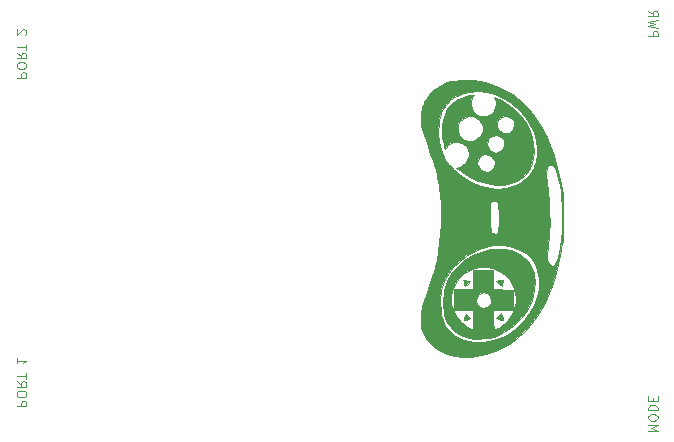
<source format=gbo>
%TF.GenerationSoftware,KiCad,Pcbnew,(5.1.8)-1*%
%TF.CreationDate,2021-02-07T20:14:13+01:00*%
%TF.ProjectId,C64 Joystick Faceplate A1,43363420-4a6f-4797-9374-69636b204661,rev?*%
%TF.SameCoordinates,Original*%
%TF.FileFunction,Legend,Bot*%
%TF.FilePolarity,Positive*%
%FSLAX46Y46*%
G04 Gerber Fmt 4.6, Leading zero omitted, Abs format (unit mm)*
G04 Created by KiCad (PCBNEW (5.1.8)-1) date 2021-02-07 20:14:13*
%MOMM*%
%LPD*%
G01*
G04 APERTURE LIST*
%ADD10C,0.100000*%
%ADD11C,0.010000*%
G04 APERTURE END LIST*
D10*
X166643095Y-76695166D02*
X167443095Y-76695166D01*
X167443095Y-76390404D01*
X167405000Y-76314214D01*
X167366904Y-76276119D01*
X167290714Y-76238023D01*
X167176428Y-76238023D01*
X167100238Y-76276119D01*
X167062142Y-76314214D01*
X167024047Y-76390404D01*
X167024047Y-76695166D01*
X167443095Y-75971357D02*
X166643095Y-75780880D01*
X167214523Y-75628500D01*
X166643095Y-75476119D01*
X167443095Y-75285642D01*
X166643095Y-74523738D02*
X167024047Y-74790404D01*
X166643095Y-74980880D02*
X167443095Y-74980880D01*
X167443095Y-74676119D01*
X167405000Y-74599928D01*
X167366904Y-74561833D01*
X167290714Y-74523738D01*
X167176428Y-74523738D01*
X167100238Y-74561833D01*
X167062142Y-74599928D01*
X167024047Y-74676119D01*
X167024047Y-74980880D01*
X166643095Y-110096119D02*
X167443095Y-110096119D01*
X166871666Y-109829452D01*
X167443095Y-109562785D01*
X166643095Y-109562785D01*
X167443095Y-109029452D02*
X167443095Y-108877071D01*
X167405000Y-108800880D01*
X167328809Y-108724690D01*
X167176428Y-108686595D01*
X166909761Y-108686595D01*
X166757380Y-108724690D01*
X166681190Y-108800880D01*
X166643095Y-108877071D01*
X166643095Y-109029452D01*
X166681190Y-109105642D01*
X166757380Y-109181833D01*
X166909761Y-109219928D01*
X167176428Y-109219928D01*
X167328809Y-109181833D01*
X167405000Y-109105642D01*
X167443095Y-109029452D01*
X166643095Y-108343738D02*
X167443095Y-108343738D01*
X167443095Y-108153261D01*
X167405000Y-108038976D01*
X167328809Y-107962785D01*
X167252619Y-107924690D01*
X167100238Y-107886595D01*
X166985952Y-107886595D01*
X166833571Y-107924690D01*
X166757380Y-107962785D01*
X166681190Y-108038976D01*
X166643095Y-108153261D01*
X166643095Y-108343738D01*
X167062142Y-107543738D02*
X167062142Y-107277071D01*
X166643095Y-107162785D02*
X166643095Y-107543738D01*
X167443095Y-107543738D01*
X167443095Y-107162785D01*
X113176095Y-80187547D02*
X113976095Y-80187547D01*
X113976095Y-79882785D01*
X113938000Y-79806595D01*
X113899904Y-79768500D01*
X113823714Y-79730404D01*
X113709428Y-79730404D01*
X113633238Y-79768500D01*
X113595142Y-79806595D01*
X113557047Y-79882785D01*
X113557047Y-80187547D01*
X113976095Y-79235166D02*
X113976095Y-79082785D01*
X113938000Y-79006595D01*
X113861809Y-78930404D01*
X113709428Y-78892309D01*
X113442761Y-78892309D01*
X113290380Y-78930404D01*
X113214190Y-79006595D01*
X113176095Y-79082785D01*
X113176095Y-79235166D01*
X113214190Y-79311357D01*
X113290380Y-79387547D01*
X113442761Y-79425642D01*
X113709428Y-79425642D01*
X113861809Y-79387547D01*
X113938000Y-79311357D01*
X113976095Y-79235166D01*
X113176095Y-78092309D02*
X113557047Y-78358976D01*
X113176095Y-78549452D02*
X113976095Y-78549452D01*
X113976095Y-78244690D01*
X113938000Y-78168500D01*
X113899904Y-78130404D01*
X113823714Y-78092309D01*
X113709428Y-78092309D01*
X113633238Y-78130404D01*
X113595142Y-78168500D01*
X113557047Y-78244690D01*
X113557047Y-78549452D01*
X113976095Y-77863738D02*
X113976095Y-77406595D01*
X113176095Y-77635166D02*
X113976095Y-77635166D01*
X113899904Y-76568500D02*
X113938000Y-76530404D01*
X113976095Y-76454214D01*
X113976095Y-76263738D01*
X113938000Y-76187547D01*
X113899904Y-76149452D01*
X113823714Y-76111357D01*
X113747523Y-76111357D01*
X113633238Y-76149452D01*
X113176095Y-76606595D01*
X113176095Y-76111357D01*
X113176095Y-108000547D02*
X113976095Y-108000547D01*
X113976095Y-107695785D01*
X113938000Y-107619595D01*
X113899904Y-107581500D01*
X113823714Y-107543404D01*
X113709428Y-107543404D01*
X113633238Y-107581500D01*
X113595142Y-107619595D01*
X113557047Y-107695785D01*
X113557047Y-108000547D01*
X113976095Y-107048166D02*
X113976095Y-106895785D01*
X113938000Y-106819595D01*
X113861809Y-106743404D01*
X113709428Y-106705309D01*
X113442761Y-106705309D01*
X113290380Y-106743404D01*
X113214190Y-106819595D01*
X113176095Y-106895785D01*
X113176095Y-107048166D01*
X113214190Y-107124357D01*
X113290380Y-107200547D01*
X113442761Y-107238642D01*
X113709428Y-107238642D01*
X113861809Y-107200547D01*
X113938000Y-107124357D01*
X113976095Y-107048166D01*
X113176095Y-105905309D02*
X113557047Y-106171976D01*
X113176095Y-106362452D02*
X113976095Y-106362452D01*
X113976095Y-106057690D01*
X113938000Y-105981500D01*
X113899904Y-105943404D01*
X113823714Y-105905309D01*
X113709428Y-105905309D01*
X113633238Y-105943404D01*
X113595142Y-105981500D01*
X113557047Y-106057690D01*
X113557047Y-106362452D01*
X113976095Y-105676738D02*
X113976095Y-105219595D01*
X113176095Y-105448166D02*
X113976095Y-105448166D01*
X113176095Y-103924357D02*
X113176095Y-104381500D01*
X113176095Y-104152928D02*
X113976095Y-104152928D01*
X113861809Y-104229119D01*
X113785619Y-104305309D01*
X113747523Y-104381500D01*
D11*
%TO.C,G\u002A\u002A\u002A*%
G36*
X159472424Y-91370766D02*
G01*
X159462372Y-90878791D01*
X159441109Y-90444915D01*
X159405182Y-90041976D01*
X159351142Y-89642812D01*
X159275536Y-89220261D01*
X159174913Y-88747162D01*
X159045823Y-88196354D01*
X158946237Y-87788750D01*
X158795680Y-87201440D01*
X158654959Y-86708542D01*
X158513311Y-86279148D01*
X158359971Y-85882353D01*
X158184176Y-85487249D01*
X158045110Y-85201361D01*
X157570076Y-84325661D01*
X157071380Y-83557044D01*
X156535072Y-82875962D01*
X155948655Y-82264250D01*
X155470949Y-81845947D01*
X154991697Y-81504126D01*
X154458915Y-81203428D01*
X154214379Y-81084496D01*
X153343636Y-80726017D01*
X152508966Y-80485436D01*
X151702071Y-80361654D01*
X150914648Y-80353574D01*
X150138396Y-80460098D01*
X149904936Y-80514628D01*
X149402848Y-80672672D01*
X148980130Y-80879148D01*
X148591712Y-81159787D01*
X148298372Y-81431832D01*
X148069058Y-81671873D01*
X147907101Y-81874572D01*
X147782742Y-82084427D01*
X147666220Y-82345932D01*
X147635454Y-82423000D01*
X147536457Y-82686681D01*
X147473787Y-82899686D01*
X147439190Y-83108513D01*
X147424413Y-83359658D01*
X147421297Y-83629500D01*
X147419679Y-84296250D01*
X148001377Y-86010750D01*
X148212550Y-86637959D01*
X148385648Y-87164926D01*
X148525946Y-87610786D01*
X148638718Y-87994671D01*
X148729236Y-88335713D01*
X148802777Y-88653045D01*
X148864613Y-88965800D01*
X148920018Y-89293110D01*
X148937854Y-89408000D01*
X149018977Y-90098596D01*
X149067290Y-90868462D01*
X149084026Y-91691519D01*
X149070417Y-92541688D01*
X149027695Y-93392889D01*
X148957092Y-94219042D01*
X148859840Y-94994068D01*
X148737173Y-95691888D01*
X148617309Y-96192430D01*
X148569845Y-96349909D01*
X148487951Y-96607121D01*
X148378327Y-96943643D01*
X148247670Y-97339053D01*
X148102680Y-97772928D01*
X147968328Y-98171000D01*
X147804319Y-98655797D01*
X147676544Y-99039652D01*
X147580290Y-99341841D01*
X147510842Y-99581641D01*
X147463484Y-99778327D01*
X147433503Y-99951174D01*
X147416185Y-100119460D01*
X147406814Y-100302459D01*
X147401454Y-100488750D01*
X147398404Y-100853878D01*
X147413124Y-101130811D01*
X147449247Y-101357567D01*
X147502790Y-101549347D01*
X147751781Y-102114097D01*
X148097798Y-102606045D01*
X148531376Y-103021590D01*
X149043053Y-103357130D01*
X149623362Y-103609064D01*
X150262838Y-103773789D01*
X150952019Y-103847705D01*
X151681437Y-103827208D01*
X152036969Y-103771783D01*
X152036969Y-102567873D01*
X151383406Y-102486217D01*
X150791580Y-102308709D01*
X150270054Y-102039162D01*
X149827385Y-101681386D01*
X149472135Y-101239193D01*
X149357786Y-101042121D01*
X149236891Y-100731495D01*
X149142088Y-100328304D01*
X149075919Y-99864782D01*
X149040926Y-99373161D01*
X149039651Y-98885673D01*
X149074634Y-98434552D01*
X149128235Y-98130735D01*
X149354783Y-97441702D01*
X149694606Y-96796831D01*
X150138947Y-96205106D01*
X150679049Y-95675512D01*
X151306156Y-95217034D01*
X152011511Y-94838656D01*
X152542083Y-94627998D01*
X152897482Y-94513608D01*
X153196362Y-94440812D01*
X153497659Y-94398294D01*
X153714638Y-94384203D01*
X153714638Y-93398780D01*
X153502445Y-93381729D01*
X153411826Y-93342766D01*
X153369949Y-93313071D01*
X153338825Y-93263647D01*
X153316868Y-93177275D01*
X153302494Y-93036737D01*
X153294119Y-92824812D01*
X153290158Y-92524282D01*
X153289027Y-92117927D01*
X153289000Y-92007905D01*
X153289000Y-90738778D01*
X153450309Y-90665281D01*
X153673005Y-90626641D01*
X153783684Y-90652247D01*
X153949321Y-90710451D01*
X153949321Y-89583321D01*
X153733500Y-89576135D01*
X153288898Y-89536657D01*
X152896328Y-89468331D01*
X152516330Y-89360013D01*
X152109443Y-89200559D01*
X151660101Y-88990604D01*
X151358755Y-88836982D01*
X151111822Y-88694630D01*
X150887022Y-88540558D01*
X150652076Y-88351780D01*
X150374705Y-88105306D01*
X150231598Y-87973303D01*
X149938858Y-87699999D01*
X149725428Y-87494726D01*
X149576784Y-87339939D01*
X149478399Y-87218092D01*
X149415748Y-87111637D01*
X149374304Y-87003029D01*
X149347233Y-86905054D01*
X149298996Y-86745249D01*
X149221547Y-86517592D01*
X149135437Y-86281547D01*
X149039554Y-85991153D01*
X148956203Y-85675410D01*
X148912591Y-85456047D01*
X148878981Y-85077166D01*
X148877213Y-84631089D01*
X148904734Y-84170850D01*
X148958995Y-83749483D01*
X149005232Y-83529909D01*
X149204428Y-82962076D01*
X149489813Y-82484903D01*
X149867887Y-82090163D01*
X150345149Y-81769627D01*
X150431596Y-81724452D01*
X150931288Y-81522808D01*
X151487438Y-81398480D01*
X152123136Y-81346739D01*
X152285951Y-81344603D01*
X152995083Y-81406015D01*
X153693701Y-81589533D01*
X154371363Y-81890261D01*
X155017627Y-82303305D01*
X155622051Y-82823771D01*
X155774732Y-82979974D01*
X156286074Y-83580027D01*
X156678836Y-84177005D01*
X156959822Y-84788044D01*
X157135835Y-85430281D01*
X157213675Y-86120851D01*
X157214720Y-86607428D01*
X157200425Y-86937404D01*
X157179957Y-87177987D01*
X157145527Y-87366775D01*
X157089347Y-87541364D01*
X157003627Y-87739353D01*
X156961789Y-87828332D01*
X156650046Y-88342087D01*
X156246589Y-88775775D01*
X155763104Y-89123068D01*
X155211274Y-89377641D01*
X154602785Y-89533167D01*
X153949321Y-89583321D01*
X153949321Y-90710451D01*
X153955750Y-90712711D01*
X153972948Y-91959497D01*
X153977720Y-92396835D01*
X153977578Y-92724600D01*
X153971440Y-92960159D01*
X153958227Y-93120883D01*
X153936855Y-93224139D01*
X153906245Y-93287295D01*
X153889038Y-93307392D01*
X153714638Y-93398780D01*
X153714638Y-94384203D01*
X153860308Y-94374742D01*
X153861687Y-94374683D01*
X154365032Y-94370090D01*
X154789201Y-94409890D01*
X155176787Y-94502421D01*
X155570388Y-94656018D01*
X155757895Y-94745816D01*
X156276753Y-95071987D01*
X156702431Y-95480186D01*
X157030869Y-95961963D01*
X157258004Y-96508864D01*
X157379775Y-97112437D01*
X157392120Y-97764228D01*
X157359727Y-98079408D01*
X157214905Y-98781239D01*
X156979813Y-99427536D01*
X156644678Y-100037144D01*
X156199725Y-100628911D01*
X155829000Y-101031186D01*
X155267363Y-101544414D01*
X154702986Y-101942220D01*
X154114993Y-102234879D01*
X153482506Y-102432670D01*
X152784650Y-102545866D01*
X152743711Y-102549865D01*
X152036969Y-102567873D01*
X152036969Y-103771783D01*
X152441630Y-103708698D01*
X152882638Y-103596619D01*
X153677052Y-103330730D01*
X154378679Y-103014457D01*
X155017410Y-102630261D01*
X155623137Y-102160602D01*
X156116418Y-101699163D01*
X156697749Y-101065094D01*
X157214819Y-100389530D01*
X157672732Y-99661032D01*
X158076592Y-98868158D01*
X158431502Y-97999469D01*
X158473934Y-97869070D01*
X158473934Y-96164275D01*
X158327271Y-96050875D01*
X158220940Y-95909502D01*
X158145700Y-95757163D01*
X158100033Y-95574690D01*
X158082420Y-95342916D01*
X158091342Y-95042673D01*
X158125281Y-94654794D01*
X158179518Y-94186005D01*
X158231319Y-93744232D01*
X158267412Y-93369936D01*
X158289392Y-93025430D01*
X158298850Y-92673030D01*
X158297378Y-92275051D01*
X158286569Y-91793809D01*
X158284165Y-91709505D01*
X158258563Y-91083370D01*
X158220487Y-90506360D01*
X158172063Y-90005775D01*
X158124564Y-89662000D01*
X158037312Y-89050393D01*
X157998050Y-88552546D01*
X158006756Y-88164641D01*
X158063410Y-87882863D01*
X158114305Y-87772875D01*
X158254154Y-87608253D01*
X158395788Y-87561427D01*
X158536753Y-87623266D01*
X158674596Y-87784636D01*
X158806865Y-88036405D01*
X158931105Y-88369442D01*
X159044863Y-88774612D01*
X159145687Y-89242785D01*
X159231123Y-89764827D01*
X159298717Y-90331605D01*
X159346018Y-90933988D01*
X159370571Y-91562843D01*
X159369923Y-92209037D01*
X159363771Y-92424250D01*
X159324949Y-93199095D01*
X159267392Y-93897147D01*
X159192694Y-94512822D01*
X159102452Y-95040536D01*
X158998262Y-95474706D01*
X158881720Y-95809749D01*
X158754420Y-96040080D01*
X158617960Y-96160117D01*
X158473934Y-96164275D01*
X158473934Y-97869070D01*
X158742567Y-97043523D01*
X159014891Y-95988881D01*
X159253577Y-94824102D01*
X159300228Y-94562581D01*
X159355072Y-94237731D01*
X159397068Y-93956215D01*
X159427922Y-93692464D01*
X159449340Y-93420913D01*
X159463028Y-93115995D01*
X159470693Y-92752144D01*
X159474041Y-92303795D01*
X159474715Y-91948000D01*
X159472424Y-91370766D01*
G37*
X159472424Y-91370766D02*
X159462372Y-90878791D01*
X159441109Y-90444915D01*
X159405182Y-90041976D01*
X159351142Y-89642812D01*
X159275536Y-89220261D01*
X159174913Y-88747162D01*
X159045823Y-88196354D01*
X158946237Y-87788750D01*
X158795680Y-87201440D01*
X158654959Y-86708542D01*
X158513311Y-86279148D01*
X158359971Y-85882353D01*
X158184176Y-85487249D01*
X158045110Y-85201361D01*
X157570076Y-84325661D01*
X157071380Y-83557044D01*
X156535072Y-82875962D01*
X155948655Y-82264250D01*
X155470949Y-81845947D01*
X154991697Y-81504126D01*
X154458915Y-81203428D01*
X154214379Y-81084496D01*
X153343636Y-80726017D01*
X152508966Y-80485436D01*
X151702071Y-80361654D01*
X150914648Y-80353574D01*
X150138396Y-80460098D01*
X149904936Y-80514628D01*
X149402848Y-80672672D01*
X148980130Y-80879148D01*
X148591712Y-81159787D01*
X148298372Y-81431832D01*
X148069058Y-81671873D01*
X147907101Y-81874572D01*
X147782742Y-82084427D01*
X147666220Y-82345932D01*
X147635454Y-82423000D01*
X147536457Y-82686681D01*
X147473787Y-82899686D01*
X147439190Y-83108513D01*
X147424413Y-83359658D01*
X147421297Y-83629500D01*
X147419679Y-84296250D01*
X148001377Y-86010750D01*
X148212550Y-86637959D01*
X148385648Y-87164926D01*
X148525946Y-87610786D01*
X148638718Y-87994671D01*
X148729236Y-88335713D01*
X148802777Y-88653045D01*
X148864613Y-88965800D01*
X148920018Y-89293110D01*
X148937854Y-89408000D01*
X149018977Y-90098596D01*
X149067290Y-90868462D01*
X149084026Y-91691519D01*
X149070417Y-92541688D01*
X149027695Y-93392889D01*
X148957092Y-94219042D01*
X148859840Y-94994068D01*
X148737173Y-95691888D01*
X148617309Y-96192430D01*
X148569845Y-96349909D01*
X148487951Y-96607121D01*
X148378327Y-96943643D01*
X148247670Y-97339053D01*
X148102680Y-97772928D01*
X147968328Y-98171000D01*
X147804319Y-98655797D01*
X147676544Y-99039652D01*
X147580290Y-99341841D01*
X147510842Y-99581641D01*
X147463484Y-99778327D01*
X147433503Y-99951174D01*
X147416185Y-100119460D01*
X147406814Y-100302459D01*
X147401454Y-100488750D01*
X147398404Y-100853878D01*
X147413124Y-101130811D01*
X147449247Y-101357567D01*
X147502790Y-101549347D01*
X147751781Y-102114097D01*
X148097798Y-102606045D01*
X148531376Y-103021590D01*
X149043053Y-103357130D01*
X149623362Y-103609064D01*
X150262838Y-103773789D01*
X150952019Y-103847705D01*
X151681437Y-103827208D01*
X152036969Y-103771783D01*
X152036969Y-102567873D01*
X151383406Y-102486217D01*
X150791580Y-102308709D01*
X150270054Y-102039162D01*
X149827385Y-101681386D01*
X149472135Y-101239193D01*
X149357786Y-101042121D01*
X149236891Y-100731495D01*
X149142088Y-100328304D01*
X149075919Y-99864782D01*
X149040926Y-99373161D01*
X149039651Y-98885673D01*
X149074634Y-98434552D01*
X149128235Y-98130735D01*
X149354783Y-97441702D01*
X149694606Y-96796831D01*
X150138947Y-96205106D01*
X150679049Y-95675512D01*
X151306156Y-95217034D01*
X152011511Y-94838656D01*
X152542083Y-94627998D01*
X152897482Y-94513608D01*
X153196362Y-94440812D01*
X153497659Y-94398294D01*
X153714638Y-94384203D01*
X153714638Y-93398780D01*
X153502445Y-93381729D01*
X153411826Y-93342766D01*
X153369949Y-93313071D01*
X153338825Y-93263647D01*
X153316868Y-93177275D01*
X153302494Y-93036737D01*
X153294119Y-92824812D01*
X153290158Y-92524282D01*
X153289027Y-92117927D01*
X153289000Y-92007905D01*
X153289000Y-90738778D01*
X153450309Y-90665281D01*
X153673005Y-90626641D01*
X153783684Y-90652247D01*
X153949321Y-90710451D01*
X153949321Y-89583321D01*
X153733500Y-89576135D01*
X153288898Y-89536657D01*
X152896328Y-89468331D01*
X152516330Y-89360013D01*
X152109443Y-89200559D01*
X151660101Y-88990604D01*
X151358755Y-88836982D01*
X151111822Y-88694630D01*
X150887022Y-88540558D01*
X150652076Y-88351780D01*
X150374705Y-88105306D01*
X150231598Y-87973303D01*
X149938858Y-87699999D01*
X149725428Y-87494726D01*
X149576784Y-87339939D01*
X149478399Y-87218092D01*
X149415748Y-87111637D01*
X149374304Y-87003029D01*
X149347233Y-86905054D01*
X149298996Y-86745249D01*
X149221547Y-86517592D01*
X149135437Y-86281547D01*
X149039554Y-85991153D01*
X148956203Y-85675410D01*
X148912591Y-85456047D01*
X148878981Y-85077166D01*
X148877213Y-84631089D01*
X148904734Y-84170850D01*
X148958995Y-83749483D01*
X149005232Y-83529909D01*
X149204428Y-82962076D01*
X149489813Y-82484903D01*
X149867887Y-82090163D01*
X150345149Y-81769627D01*
X150431596Y-81724452D01*
X150931288Y-81522808D01*
X151487438Y-81398480D01*
X152123136Y-81346739D01*
X152285951Y-81344603D01*
X152995083Y-81406015D01*
X153693701Y-81589533D01*
X154371363Y-81890261D01*
X155017627Y-82303305D01*
X155622051Y-82823771D01*
X155774732Y-82979974D01*
X156286074Y-83580027D01*
X156678836Y-84177005D01*
X156959822Y-84788044D01*
X157135835Y-85430281D01*
X157213675Y-86120851D01*
X157214720Y-86607428D01*
X157200425Y-86937404D01*
X157179957Y-87177987D01*
X157145527Y-87366775D01*
X157089347Y-87541364D01*
X157003627Y-87739353D01*
X156961789Y-87828332D01*
X156650046Y-88342087D01*
X156246589Y-88775775D01*
X155763104Y-89123068D01*
X155211274Y-89377641D01*
X154602785Y-89533167D01*
X153949321Y-89583321D01*
X153949321Y-90710451D01*
X153955750Y-90712711D01*
X153972948Y-91959497D01*
X153977720Y-92396835D01*
X153977578Y-92724600D01*
X153971440Y-92960159D01*
X153958227Y-93120883D01*
X153936855Y-93224139D01*
X153906245Y-93287295D01*
X153889038Y-93307392D01*
X153714638Y-93398780D01*
X153714638Y-94384203D01*
X153860308Y-94374742D01*
X153861687Y-94374683D01*
X154365032Y-94370090D01*
X154789201Y-94409890D01*
X155176787Y-94502421D01*
X155570388Y-94656018D01*
X155757895Y-94745816D01*
X156276753Y-95071987D01*
X156702431Y-95480186D01*
X157030869Y-95961963D01*
X157258004Y-96508864D01*
X157379775Y-97112437D01*
X157392120Y-97764228D01*
X157359727Y-98079408D01*
X157214905Y-98781239D01*
X156979813Y-99427536D01*
X156644678Y-100037144D01*
X156199725Y-100628911D01*
X155829000Y-101031186D01*
X155267363Y-101544414D01*
X154702986Y-101942220D01*
X154114993Y-102234879D01*
X153482506Y-102432670D01*
X152784650Y-102545866D01*
X152743711Y-102549865D01*
X152036969Y-102567873D01*
X152036969Y-103771783D01*
X152441630Y-103708698D01*
X152882638Y-103596619D01*
X153677052Y-103330730D01*
X154378679Y-103014457D01*
X155017410Y-102630261D01*
X155623137Y-102160602D01*
X156116418Y-101699163D01*
X156697749Y-101065094D01*
X157214819Y-100389530D01*
X157672732Y-99661032D01*
X158076592Y-98868158D01*
X158431502Y-97999469D01*
X158473934Y-97869070D01*
X158473934Y-96164275D01*
X158327271Y-96050875D01*
X158220940Y-95909502D01*
X158145700Y-95757163D01*
X158100033Y-95574690D01*
X158082420Y-95342916D01*
X158091342Y-95042673D01*
X158125281Y-94654794D01*
X158179518Y-94186005D01*
X158231319Y-93744232D01*
X158267412Y-93369936D01*
X158289392Y-93025430D01*
X158298850Y-92673030D01*
X158297378Y-92275051D01*
X158286569Y-91793809D01*
X158284165Y-91709505D01*
X158258563Y-91083370D01*
X158220487Y-90506360D01*
X158172063Y-90005775D01*
X158124564Y-89662000D01*
X158037312Y-89050393D01*
X157998050Y-88552546D01*
X158006756Y-88164641D01*
X158063410Y-87882863D01*
X158114305Y-87772875D01*
X158254154Y-87608253D01*
X158395788Y-87561427D01*
X158536753Y-87623266D01*
X158674596Y-87784636D01*
X158806865Y-88036405D01*
X158931105Y-88369442D01*
X159044863Y-88774612D01*
X159145687Y-89242785D01*
X159231123Y-89764827D01*
X159298717Y-90331605D01*
X159346018Y-90933988D01*
X159370571Y-91562843D01*
X159369923Y-92209037D01*
X159363771Y-92424250D01*
X159324949Y-93199095D01*
X159267392Y-93897147D01*
X159192694Y-94512822D01*
X159102452Y-95040536D01*
X158998262Y-95474706D01*
X158881720Y-95809749D01*
X158754420Y-96040080D01*
X158617960Y-96160117D01*
X158473934Y-96164275D01*
X158473934Y-97869070D01*
X158742567Y-97043523D01*
X159014891Y-95988881D01*
X159253577Y-94824102D01*
X159300228Y-94562581D01*
X159355072Y-94237731D01*
X159397068Y-93956215D01*
X159427922Y-93692464D01*
X159449340Y-93420913D01*
X159463028Y-93115995D01*
X159470693Y-92752144D01*
X159474041Y-92303795D01*
X159474715Y-91948000D01*
X159472424Y-91370766D01*
G36*
X156932621Y-85840293D02*
G01*
X156835670Y-85276023D01*
X156757353Y-84994750D01*
X156530190Y-84449418D01*
X156205139Y-83902226D01*
X155802776Y-83375596D01*
X155343679Y-82891948D01*
X154848424Y-82473703D01*
X154337586Y-82143283D01*
X153990202Y-81979565D01*
X153778286Y-81897599D01*
X153664138Y-81862862D01*
X153627491Y-81875720D01*
X153648077Y-81936534D01*
X153673606Y-81985237D01*
X153720843Y-82134877D01*
X153747452Y-82336522D01*
X153749179Y-82383531D01*
X153698867Y-82737059D01*
X153550201Y-83033823D01*
X153323724Y-83261701D01*
X153039980Y-83408569D01*
X152719511Y-83462301D01*
X152382860Y-83410774D01*
X152167985Y-83316726D01*
X151909756Y-83105670D01*
X151731195Y-82824964D01*
X151640931Y-82505596D01*
X151647597Y-82178550D01*
X151759821Y-81874814D01*
X151764305Y-81867375D01*
X151890134Y-81661000D01*
X151712092Y-81661000D01*
X151487212Y-81689002D01*
X151193677Y-81764205D01*
X150874548Y-81873409D01*
X150572886Y-82003412D01*
X150537069Y-82021218D01*
X150216067Y-82228387D01*
X149907320Y-82505384D01*
X149653090Y-82811011D01*
X149546276Y-82987100D01*
X149405928Y-83345126D01*
X149297061Y-83788329D01*
X149225125Y-84277581D01*
X149195572Y-84773755D01*
X149213854Y-85237724D01*
X149222322Y-85312250D01*
X149263846Y-85579928D01*
X149317337Y-85847886D01*
X149349207Y-85977040D01*
X149399276Y-86143468D01*
X149435570Y-86202778D01*
X149474684Y-86171168D01*
X149501070Y-86125248D01*
X149676307Y-85916498D01*
X149932816Y-85748151D01*
X150226425Y-85640772D01*
X150512965Y-85614922D01*
X150578514Y-85623645D01*
X150921160Y-85744867D01*
X151187604Y-85950860D01*
X151370371Y-86219594D01*
X151461986Y-86529043D01*
X151454973Y-86857179D01*
X151341857Y-87181974D01*
X151184254Y-87408580D01*
X150921524Y-87619981D01*
X150700712Y-87714301D01*
X150411572Y-87798610D01*
X150818411Y-88128447D01*
X151361455Y-88507807D01*
X151689840Y-88678310D01*
X151689840Y-85587929D01*
X151361834Y-85573181D01*
X151044219Y-85437287D01*
X150897149Y-85326174D01*
X150648303Y-85036798D01*
X150517478Y-84715678D01*
X150507943Y-84375294D01*
X150580792Y-84118594D01*
X150724903Y-83890564D01*
X150940507Y-83680147D01*
X151183941Y-83524298D01*
X151350893Y-83466816D01*
X151700765Y-83450989D01*
X152010698Y-83549026D01*
X152300439Y-83767353D01*
X152313106Y-83779895D01*
X152542608Y-84083500D01*
X152648343Y-84403482D01*
X152630309Y-84727747D01*
X152488506Y-85044204D01*
X152313106Y-85257106D01*
X152012257Y-85482311D01*
X151689840Y-85587929D01*
X151689840Y-88678310D01*
X151959616Y-88818384D01*
X152589867Y-89054012D01*
X152965572Y-89144814D01*
X152965572Y-88137580D01*
X152711472Y-88102690D01*
X152477438Y-87985319D01*
X152290323Y-87787896D01*
X152199955Y-87598250D01*
X152161595Y-87460543D01*
X152163783Y-87354611D01*
X152211518Y-87215630D01*
X152233556Y-87162373D01*
X152394707Y-86913180D01*
X152614790Y-86753566D01*
X152866697Y-86684853D01*
X153123323Y-86708361D01*
X153357559Y-86825411D01*
X153542298Y-87037326D01*
X153573724Y-87097057D01*
X153646520Y-87288225D01*
X153646520Y-86531850D01*
X153476290Y-86485671D01*
X153237804Y-86324585D01*
X153085953Y-86091170D01*
X153030105Y-85813887D01*
X153079631Y-85521197D01*
X153124833Y-85417977D01*
X153293987Y-85211628D01*
X153520985Y-85096254D01*
X153776568Y-85070406D01*
X154031478Y-85132632D01*
X154256457Y-85281485D01*
X154405643Y-85481428D01*
X154479509Y-85743726D01*
X154446946Y-85999525D01*
X154327659Y-86227531D01*
X154141356Y-86406450D01*
X153907741Y-86514988D01*
X153646520Y-86531850D01*
X153646520Y-87288225D01*
X153651952Y-87302490D01*
X153658345Y-87478946D01*
X153593511Y-87689578D01*
X153579753Y-87723073D01*
X153426565Y-87950200D01*
X153212888Y-88087560D01*
X152965572Y-88137580D01*
X152965572Y-89144814D01*
X153229180Y-89208524D01*
X153854528Y-89275754D01*
X154442884Y-89249537D01*
X154583399Y-89222280D01*
X154583399Y-84899500D01*
X154379585Y-84883381D01*
X154228229Y-84816657D01*
X154076400Y-84683600D01*
X153934254Y-84516808D01*
X153871663Y-84358142D01*
X153860500Y-84205116D01*
X153886193Y-83994059D01*
X153949563Y-83809542D01*
X153965180Y-83782771D01*
X154165540Y-83571530D01*
X154402801Y-83462718D01*
X154653085Y-83447250D01*
X154892517Y-83516041D01*
X155097219Y-83660006D01*
X155243317Y-83870062D01*
X155306933Y-84137122D01*
X155300146Y-84290710D01*
X155205980Y-84571289D01*
X155018648Y-84773275D01*
X154754026Y-84883182D01*
X154583399Y-84899500D01*
X154583399Y-89222280D01*
X154768976Y-89186280D01*
X155274986Y-89003330D01*
X155754313Y-88733907D01*
X156177881Y-88398902D01*
X156516611Y-88019208D01*
X156626416Y-87851724D01*
X156804496Y-87441857D01*
X156915748Y-86951282D01*
X156958885Y-86408069D01*
X156932621Y-85840293D01*
G37*
X156932621Y-85840293D02*
X156835670Y-85276023D01*
X156757353Y-84994750D01*
X156530190Y-84449418D01*
X156205139Y-83902226D01*
X155802776Y-83375596D01*
X155343679Y-82891948D01*
X154848424Y-82473703D01*
X154337586Y-82143283D01*
X153990202Y-81979565D01*
X153778286Y-81897599D01*
X153664138Y-81862862D01*
X153627491Y-81875720D01*
X153648077Y-81936534D01*
X153673606Y-81985237D01*
X153720843Y-82134877D01*
X153747452Y-82336522D01*
X153749179Y-82383531D01*
X153698867Y-82737059D01*
X153550201Y-83033823D01*
X153323724Y-83261701D01*
X153039980Y-83408569D01*
X152719511Y-83462301D01*
X152382860Y-83410774D01*
X152167985Y-83316726D01*
X151909756Y-83105670D01*
X151731195Y-82824964D01*
X151640931Y-82505596D01*
X151647597Y-82178550D01*
X151759821Y-81874814D01*
X151764305Y-81867375D01*
X151890134Y-81661000D01*
X151712092Y-81661000D01*
X151487212Y-81689002D01*
X151193677Y-81764205D01*
X150874548Y-81873409D01*
X150572886Y-82003412D01*
X150537069Y-82021218D01*
X150216067Y-82228387D01*
X149907320Y-82505384D01*
X149653090Y-82811011D01*
X149546276Y-82987100D01*
X149405928Y-83345126D01*
X149297061Y-83788329D01*
X149225125Y-84277581D01*
X149195572Y-84773755D01*
X149213854Y-85237724D01*
X149222322Y-85312250D01*
X149263846Y-85579928D01*
X149317337Y-85847886D01*
X149349207Y-85977040D01*
X149399276Y-86143468D01*
X149435570Y-86202778D01*
X149474684Y-86171168D01*
X149501070Y-86125248D01*
X149676307Y-85916498D01*
X149932816Y-85748151D01*
X150226425Y-85640772D01*
X150512965Y-85614922D01*
X150578514Y-85623645D01*
X150921160Y-85744867D01*
X151187604Y-85950860D01*
X151370371Y-86219594D01*
X151461986Y-86529043D01*
X151454973Y-86857179D01*
X151341857Y-87181974D01*
X151184254Y-87408580D01*
X150921524Y-87619981D01*
X150700712Y-87714301D01*
X150411572Y-87798610D01*
X150818411Y-88128447D01*
X151361455Y-88507807D01*
X151689840Y-88678310D01*
X151689840Y-85587929D01*
X151361834Y-85573181D01*
X151044219Y-85437287D01*
X150897149Y-85326174D01*
X150648303Y-85036798D01*
X150517478Y-84715678D01*
X150507943Y-84375294D01*
X150580792Y-84118594D01*
X150724903Y-83890564D01*
X150940507Y-83680147D01*
X151183941Y-83524298D01*
X151350893Y-83466816D01*
X151700765Y-83450989D01*
X152010698Y-83549026D01*
X152300439Y-83767353D01*
X152313106Y-83779895D01*
X152542608Y-84083500D01*
X152648343Y-84403482D01*
X152630309Y-84727747D01*
X152488506Y-85044204D01*
X152313106Y-85257106D01*
X152012257Y-85482311D01*
X151689840Y-85587929D01*
X151689840Y-88678310D01*
X151959616Y-88818384D01*
X152589867Y-89054012D01*
X152965572Y-89144814D01*
X152965572Y-88137580D01*
X152711472Y-88102690D01*
X152477438Y-87985319D01*
X152290323Y-87787896D01*
X152199955Y-87598250D01*
X152161595Y-87460543D01*
X152163783Y-87354611D01*
X152211518Y-87215630D01*
X152233556Y-87162373D01*
X152394707Y-86913180D01*
X152614790Y-86753566D01*
X152866697Y-86684853D01*
X153123323Y-86708361D01*
X153357559Y-86825411D01*
X153542298Y-87037326D01*
X153573724Y-87097057D01*
X153646520Y-87288225D01*
X153646520Y-86531850D01*
X153476290Y-86485671D01*
X153237804Y-86324585D01*
X153085953Y-86091170D01*
X153030105Y-85813887D01*
X153079631Y-85521197D01*
X153124833Y-85417977D01*
X153293987Y-85211628D01*
X153520985Y-85096254D01*
X153776568Y-85070406D01*
X154031478Y-85132632D01*
X154256457Y-85281485D01*
X154405643Y-85481428D01*
X154479509Y-85743726D01*
X154446946Y-85999525D01*
X154327659Y-86227531D01*
X154141356Y-86406450D01*
X153907741Y-86514988D01*
X153646520Y-86531850D01*
X153646520Y-87288225D01*
X153651952Y-87302490D01*
X153658345Y-87478946D01*
X153593511Y-87689578D01*
X153579753Y-87723073D01*
X153426565Y-87950200D01*
X153212888Y-88087560D01*
X152965572Y-88137580D01*
X152965572Y-89144814D01*
X153229180Y-89208524D01*
X153854528Y-89275754D01*
X154442884Y-89249537D01*
X154583399Y-89222280D01*
X154583399Y-84899500D01*
X154379585Y-84883381D01*
X154228229Y-84816657D01*
X154076400Y-84683600D01*
X153934254Y-84516808D01*
X153871663Y-84358142D01*
X153860500Y-84205116D01*
X153886193Y-83994059D01*
X153949563Y-83809542D01*
X153965180Y-83782771D01*
X154165540Y-83571530D01*
X154402801Y-83462718D01*
X154653085Y-83447250D01*
X154892517Y-83516041D01*
X155097219Y-83660006D01*
X155243317Y-83870062D01*
X155306933Y-84137122D01*
X155300146Y-84290710D01*
X155205980Y-84571289D01*
X155018648Y-84773275D01*
X154754026Y-84883182D01*
X154583399Y-84899500D01*
X154583399Y-89222280D01*
X154768976Y-89186280D01*
X155274986Y-89003330D01*
X155754313Y-88733907D01*
X156177881Y-88398902D01*
X156516611Y-88019208D01*
X156626416Y-87851724D01*
X156804496Y-87441857D01*
X156915748Y-86951282D01*
X156958885Y-86408069D01*
X156932621Y-85840293D01*
G36*
X156993418Y-96941120D02*
G01*
X156945993Y-96712613D01*
X156749155Y-96189785D01*
X156449699Y-95730745D01*
X156059000Y-95343297D01*
X155588435Y-95035245D01*
X155049380Y-94814393D01*
X154453211Y-94688543D01*
X153955750Y-94661354D01*
X153239039Y-94729974D01*
X152529953Y-94913712D01*
X151847361Y-95201815D01*
X151210133Y-95583529D01*
X150637137Y-96048101D01*
X150147243Y-96584778D01*
X149867799Y-96991062D01*
X149647623Y-97390842D01*
X149492427Y-97766722D01*
X149391588Y-98157707D01*
X149334484Y-98602802D01*
X149313039Y-99028250D01*
X149310966Y-99561485D01*
X149337250Y-99981351D01*
X149380849Y-100250552D01*
X149564607Y-100790071D01*
X149850656Y-101259003D01*
X150231313Y-101650279D01*
X150698894Y-101956827D01*
X151245714Y-102171575D01*
X151545099Y-102242063D01*
X151873031Y-102277764D01*
X152278092Y-102283274D01*
X152714657Y-102260972D01*
X152724988Y-102259805D01*
X152724988Y-101658680D01*
X152468783Y-101653297D01*
X152235579Y-101636928D01*
X152056461Y-101610464D01*
X151962516Y-101574798D01*
X151955500Y-101560844D01*
X152014862Y-101551710D01*
X152176414Y-101544916D01*
X152415360Y-101541125D01*
X152683545Y-101540975D01*
X152683545Y-99666394D01*
X152442942Y-99600805D01*
X152233644Y-99439701D01*
X152109768Y-99216364D01*
X152078439Y-98965380D01*
X152146783Y-98721339D01*
X152235838Y-98595591D01*
X152461267Y-98429547D01*
X152706098Y-98371187D01*
X152943972Y-98410284D01*
X153148532Y-98536610D01*
X153293421Y-98739939D01*
X153352280Y-99010044D01*
X153352500Y-99028864D01*
X153297833Y-99299456D01*
X153150973Y-99506688D01*
X152937639Y-99634391D01*
X152683545Y-99666394D01*
X152683545Y-101540975D01*
X152701625Y-101540964D01*
X153024199Y-101546971D01*
X153236228Y-101560124D01*
X153331875Y-101579867D01*
X153320750Y-101600000D01*
X153182058Y-101632924D01*
X152973108Y-101652186D01*
X152724988Y-101658680D01*
X152724988Y-102259805D01*
X153137104Y-102213240D01*
X153499809Y-102142458D01*
X153511250Y-102139490D01*
X153576861Y-102115794D01*
X153576861Y-101536500D01*
X153564252Y-101476937D01*
X153553773Y-101313983D01*
X153546395Y-101071241D01*
X153543089Y-100772315D01*
X153543000Y-100712844D01*
X153543000Y-99889187D01*
X154384375Y-99871469D01*
X155225750Y-99853750D01*
X155225750Y-98139250D01*
X153543000Y-98103814D01*
X153543000Y-96456500D01*
X151828500Y-96456500D01*
X151828500Y-98107500D01*
X150177500Y-98107500D01*
X150177500Y-99885500D01*
X151828500Y-99885500D01*
X151828500Y-101533357D01*
X151653875Y-101467514D01*
X151196604Y-101230744D01*
X150784349Y-100893033D01*
X150436156Y-100477759D01*
X150171071Y-100008298D01*
X150008139Y-99508026D01*
X149993261Y-99429276D01*
X149960716Y-99037515D01*
X149980322Y-98613682D01*
X150048151Y-98227553D01*
X150064098Y-98171000D01*
X150284387Y-97643656D01*
X150595950Y-97188731D01*
X150983293Y-96812483D01*
X151430920Y-96521167D01*
X151923335Y-96321041D01*
X152445044Y-96218360D01*
X152980550Y-96219381D01*
X153514358Y-96330361D01*
X154030973Y-96557555D01*
X154043038Y-96564491D01*
X154522566Y-96910900D01*
X154904544Y-97337846D01*
X155187074Y-97842324D01*
X155368257Y-98421327D01*
X155421443Y-98747891D01*
X155418658Y-99245950D01*
X155304000Y-99747722D01*
X155089953Y-100231148D01*
X154789001Y-100674169D01*
X154413629Y-101054726D01*
X153976321Y-101350760D01*
X153936737Y-101371297D01*
X153754775Y-101460752D01*
X153622345Y-101520744D01*
X153576861Y-101536500D01*
X153576861Y-102115794D01*
X154126680Y-101917215D01*
X154730507Y-101582700D01*
X155304688Y-101150540D01*
X155831178Y-100635333D01*
X156291935Y-100051673D01*
X156503811Y-99718726D01*
X156732842Y-99231608D01*
X156901803Y-98673002D01*
X157005209Y-98080193D01*
X157037576Y-97490470D01*
X156993418Y-96941120D01*
G37*
X156993418Y-96941120D02*
X156945993Y-96712613D01*
X156749155Y-96189785D01*
X156449699Y-95730745D01*
X156059000Y-95343297D01*
X155588435Y-95035245D01*
X155049380Y-94814393D01*
X154453211Y-94688543D01*
X153955750Y-94661354D01*
X153239039Y-94729974D01*
X152529953Y-94913712D01*
X151847361Y-95201815D01*
X151210133Y-95583529D01*
X150637137Y-96048101D01*
X150147243Y-96584778D01*
X149867799Y-96991062D01*
X149647623Y-97390842D01*
X149492427Y-97766722D01*
X149391588Y-98157707D01*
X149334484Y-98602802D01*
X149313039Y-99028250D01*
X149310966Y-99561485D01*
X149337250Y-99981351D01*
X149380849Y-100250552D01*
X149564607Y-100790071D01*
X149850656Y-101259003D01*
X150231313Y-101650279D01*
X150698894Y-101956827D01*
X151245714Y-102171575D01*
X151545099Y-102242063D01*
X151873031Y-102277764D01*
X152278092Y-102283274D01*
X152714657Y-102260972D01*
X152724988Y-102259805D01*
X152724988Y-101658680D01*
X152468783Y-101653297D01*
X152235579Y-101636928D01*
X152056461Y-101610464D01*
X151962516Y-101574798D01*
X151955500Y-101560844D01*
X152014862Y-101551710D01*
X152176414Y-101544916D01*
X152415360Y-101541125D01*
X152683545Y-101540975D01*
X152683545Y-99666394D01*
X152442942Y-99600805D01*
X152233644Y-99439701D01*
X152109768Y-99216364D01*
X152078439Y-98965380D01*
X152146783Y-98721339D01*
X152235838Y-98595591D01*
X152461267Y-98429547D01*
X152706098Y-98371187D01*
X152943972Y-98410284D01*
X153148532Y-98536610D01*
X153293421Y-98739939D01*
X153352280Y-99010044D01*
X153352500Y-99028864D01*
X153297833Y-99299456D01*
X153150973Y-99506688D01*
X152937639Y-99634391D01*
X152683545Y-99666394D01*
X152683545Y-101540975D01*
X152701625Y-101540964D01*
X153024199Y-101546971D01*
X153236228Y-101560124D01*
X153331875Y-101579867D01*
X153320750Y-101600000D01*
X153182058Y-101632924D01*
X152973108Y-101652186D01*
X152724988Y-101658680D01*
X152724988Y-102259805D01*
X153137104Y-102213240D01*
X153499809Y-102142458D01*
X153511250Y-102139490D01*
X153576861Y-102115794D01*
X153576861Y-101536500D01*
X153564252Y-101476937D01*
X153553773Y-101313983D01*
X153546395Y-101071241D01*
X153543089Y-100772315D01*
X153543000Y-100712844D01*
X153543000Y-99889187D01*
X154384375Y-99871469D01*
X155225750Y-99853750D01*
X155225750Y-98139250D01*
X153543000Y-98103814D01*
X153543000Y-96456500D01*
X151828500Y-96456500D01*
X151828500Y-98107500D01*
X150177500Y-98107500D01*
X150177500Y-99885500D01*
X151828500Y-99885500D01*
X151828500Y-101533357D01*
X151653875Y-101467514D01*
X151196604Y-101230744D01*
X150784349Y-100893033D01*
X150436156Y-100477759D01*
X150171071Y-100008298D01*
X150008139Y-99508026D01*
X149993261Y-99429276D01*
X149960716Y-99037515D01*
X149980322Y-98613682D01*
X150048151Y-98227553D01*
X150064098Y-98171000D01*
X150284387Y-97643656D01*
X150595950Y-97188731D01*
X150983293Y-96812483D01*
X151430920Y-96521167D01*
X151923335Y-96321041D01*
X152445044Y-96218360D01*
X152980550Y-96219381D01*
X153514358Y-96330361D01*
X154030973Y-96557555D01*
X154043038Y-96564491D01*
X154522566Y-96910900D01*
X154904544Y-97337846D01*
X155187074Y-97842324D01*
X155368257Y-98421327D01*
X155421443Y-98747891D01*
X155418658Y-99245950D01*
X155304000Y-99747722D01*
X155089953Y-100231148D01*
X154789001Y-100674169D01*
X154413629Y-101054726D01*
X153976321Y-101350760D01*
X153936737Y-101371297D01*
X153754775Y-101460752D01*
X153622345Y-101520744D01*
X153576861Y-101536500D01*
X153576861Y-102115794D01*
X154126680Y-101917215D01*
X154730507Y-101582700D01*
X155304688Y-101150540D01*
X155831178Y-100635333D01*
X156291935Y-100051673D01*
X156503811Y-99718726D01*
X156732842Y-99231608D01*
X156901803Y-98673002D01*
X157005209Y-98080193D01*
X157037576Y-97490470D01*
X156993418Y-96941120D01*
G36*
X151485233Y-100470702D02*
G01*
X151413953Y-100391624D01*
X151271440Y-100254506D01*
X151185554Y-100215172D01*
X151133154Y-100272583D01*
X151102119Y-100377625D01*
X151059022Y-100548931D01*
X151028102Y-100661339D01*
X151020784Y-100729684D01*
X151077362Y-100739193D01*
X151205743Y-100703371D01*
X151375570Y-100649293D01*
X151500688Y-100609700D01*
X151505208Y-100608282D01*
X151540318Y-100564540D01*
X151485233Y-100470702D01*
G37*
X151485233Y-100470702D02*
X151413953Y-100391624D01*
X151271440Y-100254506D01*
X151185554Y-100215172D01*
X151133154Y-100272583D01*
X151102119Y-100377625D01*
X151059022Y-100548931D01*
X151028102Y-100661339D01*
X151020784Y-100729684D01*
X151077362Y-100739193D01*
X151205743Y-100703371D01*
X151375570Y-100649293D01*
X151500688Y-100609700D01*
X151505208Y-100608282D01*
X151540318Y-100564540D01*
X151485233Y-100470702D01*
G36*
X151290459Y-97365399D02*
G01*
X151122870Y-97334255D01*
X151021802Y-97329436D01*
X151007881Y-97338435D01*
X151028102Y-97418802D01*
X151072358Y-97570652D01*
X151087256Y-97619570D01*
X151161750Y-97861889D01*
X151369834Y-97646534D01*
X151577917Y-97431179D01*
X151290459Y-97365399D01*
G37*
X151290459Y-97365399D02*
X151122870Y-97334255D01*
X151021802Y-97329436D01*
X151007881Y-97338435D01*
X151028102Y-97418802D01*
X151072358Y-97570652D01*
X151087256Y-97619570D01*
X151161750Y-97861889D01*
X151369834Y-97646534D01*
X151577917Y-97431179D01*
X151290459Y-97365399D01*
G36*
X154316621Y-100464680D02*
G01*
X154294865Y-100394845D01*
X154208001Y-100134252D01*
X154000397Y-100348445D01*
X153792793Y-100562637D01*
X154055079Y-100641220D01*
X154222308Y-100682525D01*
X154332043Y-100693286D01*
X154349547Y-100687620D01*
X154351002Y-100613372D01*
X154316621Y-100464680D01*
G37*
X154316621Y-100464680D02*
X154294865Y-100394845D01*
X154208001Y-100134252D01*
X154000397Y-100348445D01*
X153792793Y-100562637D01*
X154055079Y-100641220D01*
X154222308Y-100682525D01*
X154332043Y-100693286D01*
X154349547Y-100687620D01*
X154351002Y-100613372D01*
X154316621Y-100464680D01*
G36*
X154352257Y-97308091D02*
G01*
X154282235Y-97309330D01*
X154134425Y-97341196D01*
X154058435Y-97362126D01*
X153789202Y-97440750D01*
X154010750Y-97655123D01*
X154232299Y-97869495D01*
X154304573Y-97601088D01*
X154343365Y-97433063D01*
X154356214Y-97324993D01*
X154352257Y-97308091D01*
G37*
X154352257Y-97308091D02*
X154282235Y-97309330D01*
X154134425Y-97341196D01*
X154058435Y-97362126D01*
X153789202Y-97440750D01*
X154010750Y-97655123D01*
X154232299Y-97869495D01*
X154304573Y-97601088D01*
X154343365Y-97433063D01*
X154356214Y-97324993D01*
X154352257Y-97308091D01*
%TD*%
M02*

</source>
